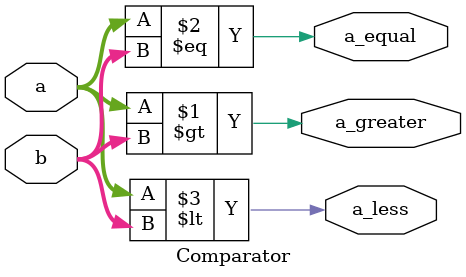
<source format=sv>
`timescale 1ns / 1ps

module Comparator #(parameter WIDTH = 4) (
  input wire [WIDTH-1:0] a, b,
  output wire a_greater, a_equal, a_less
);
  assign a_greater = (a > b);
  assign a_equal = (a == b);
  assign a_less = (a < b);
endmodule
</source>
